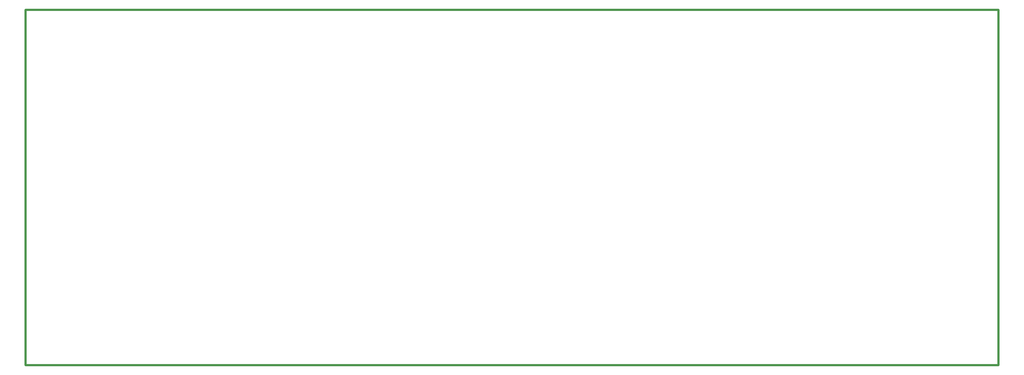
<source format=gbr>
G04 start of page 4 for group 2 idx 2 *
G04 Title: (unknown), outline *
G04 Creator: pcb 20110918 *
G04 CreationDate: Thu Feb 14 20:17:10 2013 UTC *
G04 For: fosse *
G04 Format: Gerber/RS-274X *
G04 PCB-Dimensions: 893500 333500 *
G04 PCB-Coordinate-Origin: lower left *
%MOIN*%
%FSLAX25Y25*%
%LNOUTLINE*%
%ADD71C,0.0200*%
G54D71*X891000Y331500D02*Y7000D01*
X2500D01*
Y331500D01*
X891000D02*X2500D01*
M02*

</source>
